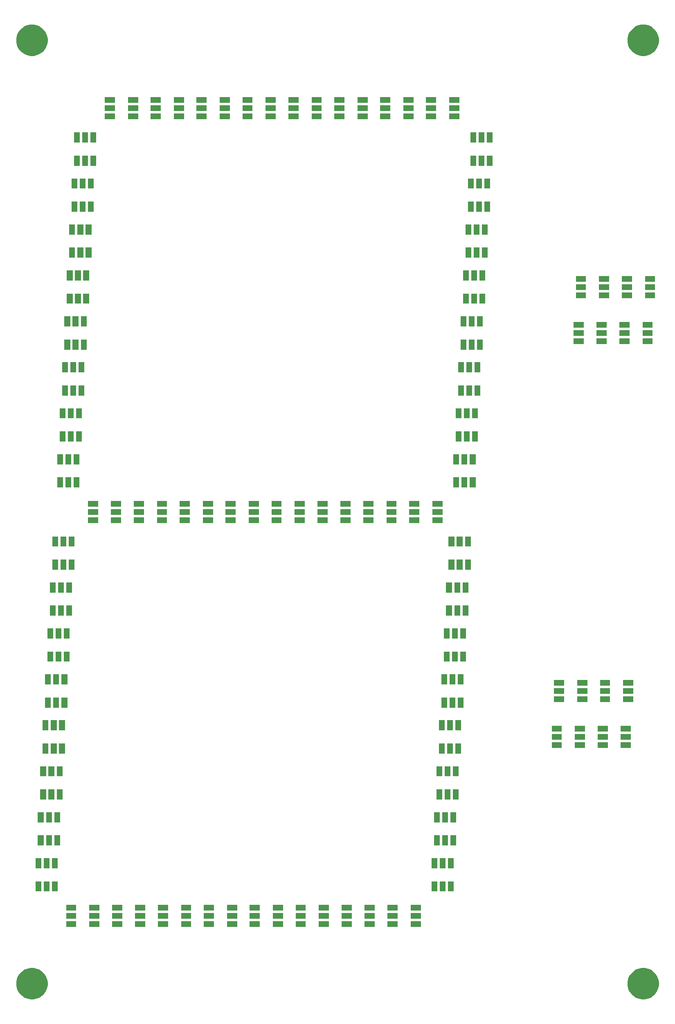
<source format=gbr>
G04 #@! TF.GenerationSoftware,KiCad,Pcbnew,(5.1.4)-1*
G04 #@! TF.CreationDate,2019-11-12T22:01:14+01:00*
G04 #@! TF.ProjectId,Digit_Colon,44696769-745f-4436-9f6c-6f6e2e6b6963,rev?*
G04 #@! TF.SameCoordinates,Original*
G04 #@! TF.FileFunction,Soldermask,Top*
G04 #@! TF.FilePolarity,Negative*
%FSLAX46Y46*%
G04 Gerber Fmt 4.6, Leading zero omitted, Abs format (unit mm)*
G04 Created by KiCad (PCBNEW (5.1.4)-1) date 2019-11-12 22:01:14*
%MOMM*%
%LPD*%
G04 APERTURE LIST*
%ADD10C,0.100000*%
G04 APERTURE END LIST*
D10*
G36*
X70448282Y-225373934D02*
G01*
X71039926Y-225619001D01*
X71572392Y-225974784D01*
X72025216Y-226427608D01*
X72380999Y-226960074D01*
X72626066Y-227551718D01*
X72751000Y-228179804D01*
X72751000Y-228820196D01*
X72626066Y-229448282D01*
X72380999Y-230039926D01*
X72025216Y-230572392D01*
X71572392Y-231025216D01*
X71039926Y-231380999D01*
X70448282Y-231626066D01*
X69820196Y-231751000D01*
X69179804Y-231751000D01*
X68551718Y-231626066D01*
X67960074Y-231380999D01*
X67427608Y-231025216D01*
X66974784Y-230572392D01*
X66619001Y-230039926D01*
X66373934Y-229448282D01*
X66249000Y-228820196D01*
X66249000Y-228179804D01*
X66373934Y-227551718D01*
X66619001Y-226960074D01*
X66974784Y-226427608D01*
X67427608Y-225974784D01*
X67960074Y-225619001D01*
X68551718Y-225373934D01*
X69179804Y-225249000D01*
X69820196Y-225249000D01*
X70448282Y-225373934D01*
X70448282Y-225373934D01*
G37*
G36*
X196948282Y-225373934D02*
G01*
X197539926Y-225619001D01*
X198072392Y-225974784D01*
X198525216Y-226427608D01*
X198880999Y-226960074D01*
X199126066Y-227551718D01*
X199251000Y-228179804D01*
X199251000Y-228820196D01*
X199126066Y-229448282D01*
X198880999Y-230039926D01*
X198525216Y-230572392D01*
X198072392Y-231025216D01*
X197539926Y-231380999D01*
X196948282Y-231626066D01*
X196320196Y-231751000D01*
X195679804Y-231751000D01*
X195051718Y-231626066D01*
X194460074Y-231380999D01*
X193927608Y-231025216D01*
X193474784Y-230572392D01*
X193119001Y-230039926D01*
X192873934Y-229448282D01*
X192749000Y-228820196D01*
X192749000Y-228179804D01*
X192873934Y-227551718D01*
X193119001Y-226960074D01*
X193474784Y-226427608D01*
X193927608Y-225974784D01*
X194460074Y-225619001D01*
X195051718Y-225373934D01*
X195679804Y-225249000D01*
X196320196Y-225249000D01*
X196948282Y-225373934D01*
X196948282Y-225373934D01*
G37*
G36*
X78651000Y-216801000D02*
G01*
X76549000Y-216801000D01*
X76549000Y-215599000D01*
X78651000Y-215599000D01*
X78651000Y-216801000D01*
X78651000Y-216801000D01*
G37*
G36*
X107151000Y-216801000D02*
G01*
X105049000Y-216801000D01*
X105049000Y-215599000D01*
X107151000Y-215599000D01*
X107151000Y-216801000D01*
X107151000Y-216801000D01*
G37*
G36*
X102451000Y-216801000D02*
G01*
X100349000Y-216801000D01*
X100349000Y-215599000D01*
X102451000Y-215599000D01*
X102451000Y-216801000D01*
X102451000Y-216801000D01*
G37*
G36*
X126151000Y-216801000D02*
G01*
X124049000Y-216801000D01*
X124049000Y-215599000D01*
X126151000Y-215599000D01*
X126151000Y-216801000D01*
X126151000Y-216801000D01*
G37*
G36*
X130951000Y-216801000D02*
G01*
X128849000Y-216801000D01*
X128849000Y-215599000D01*
X130951000Y-215599000D01*
X130951000Y-216801000D01*
X130951000Y-216801000D01*
G37*
G36*
X121451000Y-216801000D02*
G01*
X119349000Y-216801000D01*
X119349000Y-215599000D01*
X121451000Y-215599000D01*
X121451000Y-216801000D01*
X121451000Y-216801000D01*
G37*
G36*
X116651000Y-216801000D02*
G01*
X114549000Y-216801000D01*
X114549000Y-215599000D01*
X116651000Y-215599000D01*
X116651000Y-216801000D01*
X116651000Y-216801000D01*
G37*
G36*
X135651000Y-216801000D02*
G01*
X133549000Y-216801000D01*
X133549000Y-215599000D01*
X135651000Y-215599000D01*
X135651000Y-216801000D01*
X135651000Y-216801000D01*
G37*
G36*
X140451000Y-216801000D02*
G01*
X138349000Y-216801000D01*
X138349000Y-215599000D01*
X140451000Y-215599000D01*
X140451000Y-216801000D01*
X140451000Y-216801000D01*
G37*
G36*
X92951000Y-216801000D02*
G01*
X90849000Y-216801000D01*
X90849000Y-215599000D01*
X92951000Y-215599000D01*
X92951000Y-216801000D01*
X92951000Y-216801000D01*
G37*
G36*
X145151000Y-216801000D02*
G01*
X143049000Y-216801000D01*
X143049000Y-215599000D01*
X145151000Y-215599000D01*
X145151000Y-216801000D01*
X145151000Y-216801000D01*
G37*
G36*
X149951000Y-216801000D02*
G01*
X147849000Y-216801000D01*
X147849000Y-215599000D01*
X149951000Y-215599000D01*
X149951000Y-216801000D01*
X149951000Y-216801000D01*
G37*
G36*
X88151000Y-216801000D02*
G01*
X86049000Y-216801000D01*
X86049000Y-215599000D01*
X88151000Y-215599000D01*
X88151000Y-216801000D01*
X88151000Y-216801000D01*
G37*
G36*
X111951000Y-216801000D02*
G01*
X109849000Y-216801000D01*
X109849000Y-215599000D01*
X111951000Y-215599000D01*
X111951000Y-216801000D01*
X111951000Y-216801000D01*
G37*
G36*
X83451000Y-216801000D02*
G01*
X81349000Y-216801000D01*
X81349000Y-215599000D01*
X83451000Y-215599000D01*
X83451000Y-216801000D01*
X83451000Y-216801000D01*
G37*
G36*
X97651000Y-216801000D02*
G01*
X95549000Y-216801000D01*
X95549000Y-215599000D01*
X97651000Y-215599000D01*
X97651000Y-216801000D01*
X97651000Y-216801000D01*
G37*
G36*
X135651000Y-215101000D02*
G01*
X133549000Y-215101000D01*
X133549000Y-213899000D01*
X135651000Y-213899000D01*
X135651000Y-215101000D01*
X135651000Y-215101000D01*
G37*
G36*
X130951000Y-215101000D02*
G01*
X128849000Y-215101000D01*
X128849000Y-213899000D01*
X130951000Y-213899000D01*
X130951000Y-215101000D01*
X130951000Y-215101000D01*
G37*
G36*
X140451000Y-215101000D02*
G01*
X138349000Y-215101000D01*
X138349000Y-213899000D01*
X140451000Y-213899000D01*
X140451000Y-215101000D01*
X140451000Y-215101000D01*
G37*
G36*
X145151000Y-215101000D02*
G01*
X143049000Y-215101000D01*
X143049000Y-213899000D01*
X145151000Y-213899000D01*
X145151000Y-215101000D01*
X145151000Y-215101000D01*
G37*
G36*
X111951000Y-215101000D02*
G01*
X109849000Y-215101000D01*
X109849000Y-213899000D01*
X111951000Y-213899000D01*
X111951000Y-215101000D01*
X111951000Y-215101000D01*
G37*
G36*
X102451000Y-215101000D02*
G01*
X100349000Y-215101000D01*
X100349000Y-213899000D01*
X102451000Y-213899000D01*
X102451000Y-215101000D01*
X102451000Y-215101000D01*
G37*
G36*
X149951000Y-215101000D02*
G01*
X147849000Y-215101000D01*
X147849000Y-213899000D01*
X149951000Y-213899000D01*
X149951000Y-215101000D01*
X149951000Y-215101000D01*
G37*
G36*
X107151000Y-215101000D02*
G01*
X105049000Y-215101000D01*
X105049000Y-213899000D01*
X107151000Y-213899000D01*
X107151000Y-215101000D01*
X107151000Y-215101000D01*
G37*
G36*
X78651000Y-215101000D02*
G01*
X76549000Y-215101000D01*
X76549000Y-213899000D01*
X78651000Y-213899000D01*
X78651000Y-215101000D01*
X78651000Y-215101000D01*
G37*
G36*
X88151000Y-215101000D02*
G01*
X86049000Y-215101000D01*
X86049000Y-213899000D01*
X88151000Y-213899000D01*
X88151000Y-215101000D01*
X88151000Y-215101000D01*
G37*
G36*
X92951000Y-215101000D02*
G01*
X90849000Y-215101000D01*
X90849000Y-213899000D01*
X92951000Y-213899000D01*
X92951000Y-215101000D01*
X92951000Y-215101000D01*
G37*
G36*
X97651000Y-215101000D02*
G01*
X95549000Y-215101000D01*
X95549000Y-213899000D01*
X97651000Y-213899000D01*
X97651000Y-215101000D01*
X97651000Y-215101000D01*
G37*
G36*
X116651000Y-215101000D02*
G01*
X114549000Y-215101000D01*
X114549000Y-213899000D01*
X116651000Y-213899000D01*
X116651000Y-215101000D01*
X116651000Y-215101000D01*
G37*
G36*
X121451000Y-215101000D02*
G01*
X119349000Y-215101000D01*
X119349000Y-213899000D01*
X121451000Y-213899000D01*
X121451000Y-215101000D01*
X121451000Y-215101000D01*
G37*
G36*
X126151000Y-215101000D02*
G01*
X124049000Y-215101000D01*
X124049000Y-213899000D01*
X126151000Y-213899000D01*
X126151000Y-215101000D01*
X126151000Y-215101000D01*
G37*
G36*
X83451000Y-215101000D02*
G01*
X81349000Y-215101000D01*
X81349000Y-213899000D01*
X83451000Y-213899000D01*
X83451000Y-215101000D01*
X83451000Y-215101000D01*
G37*
G36*
X149951000Y-213401000D02*
G01*
X147849000Y-213401000D01*
X147849000Y-212199000D01*
X149951000Y-212199000D01*
X149951000Y-213401000D01*
X149951000Y-213401000D01*
G37*
G36*
X121451000Y-213401000D02*
G01*
X119349000Y-213401000D01*
X119349000Y-212199000D01*
X121451000Y-212199000D01*
X121451000Y-213401000D01*
X121451000Y-213401000D01*
G37*
G36*
X102451000Y-213401000D02*
G01*
X100349000Y-213401000D01*
X100349000Y-212199000D01*
X102451000Y-212199000D01*
X102451000Y-213401000D01*
X102451000Y-213401000D01*
G37*
G36*
X130951000Y-213401000D02*
G01*
X128849000Y-213401000D01*
X128849000Y-212199000D01*
X130951000Y-212199000D01*
X130951000Y-213401000D01*
X130951000Y-213401000D01*
G37*
G36*
X135651000Y-213401000D02*
G01*
X133549000Y-213401000D01*
X133549000Y-212199000D01*
X135651000Y-212199000D01*
X135651000Y-213401000D01*
X135651000Y-213401000D01*
G37*
G36*
X116651000Y-213401000D02*
G01*
X114549000Y-213401000D01*
X114549000Y-212199000D01*
X116651000Y-212199000D01*
X116651000Y-213401000D01*
X116651000Y-213401000D01*
G37*
G36*
X97651000Y-213401000D02*
G01*
X95549000Y-213401000D01*
X95549000Y-212199000D01*
X97651000Y-212199000D01*
X97651000Y-213401000D01*
X97651000Y-213401000D01*
G37*
G36*
X140451000Y-213401000D02*
G01*
X138349000Y-213401000D01*
X138349000Y-212199000D01*
X140451000Y-212199000D01*
X140451000Y-213401000D01*
X140451000Y-213401000D01*
G37*
G36*
X145151000Y-213401000D02*
G01*
X143049000Y-213401000D01*
X143049000Y-212199000D01*
X145151000Y-212199000D01*
X145151000Y-213401000D01*
X145151000Y-213401000D01*
G37*
G36*
X92951000Y-213401000D02*
G01*
X90849000Y-213401000D01*
X90849000Y-212199000D01*
X92951000Y-212199000D01*
X92951000Y-213401000D01*
X92951000Y-213401000D01*
G37*
G36*
X88151000Y-213401000D02*
G01*
X86049000Y-213401000D01*
X86049000Y-212199000D01*
X88151000Y-212199000D01*
X88151000Y-213401000D01*
X88151000Y-213401000D01*
G37*
G36*
X83451000Y-213401000D02*
G01*
X81349000Y-213401000D01*
X81349000Y-212199000D01*
X83451000Y-212199000D01*
X83451000Y-213401000D01*
X83451000Y-213401000D01*
G37*
G36*
X78651000Y-213401000D02*
G01*
X76549000Y-213401000D01*
X76549000Y-212199000D01*
X78651000Y-212199000D01*
X78651000Y-213401000D01*
X78651000Y-213401000D01*
G37*
G36*
X126151000Y-213401000D02*
G01*
X124049000Y-213401000D01*
X124049000Y-212199000D01*
X126151000Y-212199000D01*
X126151000Y-213401000D01*
X126151000Y-213401000D01*
G37*
G36*
X107151000Y-213401000D02*
G01*
X105049000Y-213401000D01*
X105049000Y-212199000D01*
X107151000Y-212199000D01*
X107151000Y-213401000D01*
X107151000Y-213401000D01*
G37*
G36*
X111951000Y-213401000D02*
G01*
X109849000Y-213401000D01*
X109849000Y-212199000D01*
X111951000Y-212199000D01*
X111951000Y-213401000D01*
X111951000Y-213401000D01*
G37*
G36*
X74801000Y-209451000D02*
G01*
X73599000Y-209451000D01*
X73599000Y-207349000D01*
X74801000Y-207349000D01*
X74801000Y-209451000D01*
X74801000Y-209451000D01*
G37*
G36*
X73101000Y-209451000D02*
G01*
X71899000Y-209451000D01*
X71899000Y-207349000D01*
X73101000Y-207349000D01*
X73101000Y-209451000D01*
X73101000Y-209451000D01*
G37*
G36*
X71401000Y-209451000D02*
G01*
X70199000Y-209451000D01*
X70199000Y-207349000D01*
X71401000Y-207349000D01*
X71401000Y-209451000D01*
X71401000Y-209451000D01*
G37*
G36*
X155101000Y-209451000D02*
G01*
X153899000Y-209451000D01*
X153899000Y-207349000D01*
X155101000Y-207349000D01*
X155101000Y-209451000D01*
X155101000Y-209451000D01*
G37*
G36*
X153401000Y-209451000D02*
G01*
X152199000Y-209451000D01*
X152199000Y-207349000D01*
X153401000Y-207349000D01*
X153401000Y-209451000D01*
X153401000Y-209451000D01*
G37*
G36*
X156801000Y-209451000D02*
G01*
X155599000Y-209451000D01*
X155599000Y-207349000D01*
X156801000Y-207349000D01*
X156801000Y-209451000D01*
X156801000Y-209451000D01*
G37*
G36*
X73101000Y-204651000D02*
G01*
X71899000Y-204651000D01*
X71899000Y-202549000D01*
X73101000Y-202549000D01*
X73101000Y-204651000D01*
X73101000Y-204651000D01*
G37*
G36*
X71401000Y-204651000D02*
G01*
X70199000Y-204651000D01*
X70199000Y-202549000D01*
X71401000Y-202549000D01*
X71401000Y-204651000D01*
X71401000Y-204651000D01*
G37*
G36*
X74801000Y-204651000D02*
G01*
X73599000Y-204651000D01*
X73599000Y-202549000D01*
X74801000Y-202549000D01*
X74801000Y-204651000D01*
X74801000Y-204651000D01*
G37*
G36*
X156801000Y-204651000D02*
G01*
X155599000Y-204651000D01*
X155599000Y-202549000D01*
X156801000Y-202549000D01*
X156801000Y-204651000D01*
X156801000Y-204651000D01*
G37*
G36*
X155101000Y-204651000D02*
G01*
X153899000Y-204651000D01*
X153899000Y-202549000D01*
X155101000Y-202549000D01*
X155101000Y-204651000D01*
X155101000Y-204651000D01*
G37*
G36*
X153401000Y-204651000D02*
G01*
X152199000Y-204651000D01*
X152199000Y-202549000D01*
X153401000Y-202549000D01*
X153401000Y-204651000D01*
X153401000Y-204651000D01*
G37*
G36*
X75301000Y-199951000D02*
G01*
X74099000Y-199951000D01*
X74099000Y-197849000D01*
X75301000Y-197849000D01*
X75301000Y-199951000D01*
X75301000Y-199951000D01*
G37*
G36*
X155601000Y-199951000D02*
G01*
X154399000Y-199951000D01*
X154399000Y-197849000D01*
X155601000Y-197849000D01*
X155601000Y-199951000D01*
X155601000Y-199951000D01*
G37*
G36*
X157301000Y-199951000D02*
G01*
X156099000Y-199951000D01*
X156099000Y-197849000D01*
X157301000Y-197849000D01*
X157301000Y-199951000D01*
X157301000Y-199951000D01*
G37*
G36*
X73601000Y-199951000D02*
G01*
X72399000Y-199951000D01*
X72399000Y-197849000D01*
X73601000Y-197849000D01*
X73601000Y-199951000D01*
X73601000Y-199951000D01*
G37*
G36*
X71901000Y-199951000D02*
G01*
X70699000Y-199951000D01*
X70699000Y-197849000D01*
X71901000Y-197849000D01*
X71901000Y-199951000D01*
X71901000Y-199951000D01*
G37*
G36*
X153901000Y-199951000D02*
G01*
X152699000Y-199951000D01*
X152699000Y-197849000D01*
X153901000Y-197849000D01*
X153901000Y-199951000D01*
X153901000Y-199951000D01*
G37*
G36*
X75301000Y-195151000D02*
G01*
X74099000Y-195151000D01*
X74099000Y-193049000D01*
X75301000Y-193049000D01*
X75301000Y-195151000D01*
X75301000Y-195151000D01*
G37*
G36*
X157301000Y-195151000D02*
G01*
X156099000Y-195151000D01*
X156099000Y-193049000D01*
X157301000Y-193049000D01*
X157301000Y-195151000D01*
X157301000Y-195151000D01*
G37*
G36*
X155601000Y-195151000D02*
G01*
X154399000Y-195151000D01*
X154399000Y-193049000D01*
X155601000Y-193049000D01*
X155601000Y-195151000D01*
X155601000Y-195151000D01*
G37*
G36*
X153901000Y-195151000D02*
G01*
X152699000Y-195151000D01*
X152699000Y-193049000D01*
X153901000Y-193049000D01*
X153901000Y-195151000D01*
X153901000Y-195151000D01*
G37*
G36*
X71901000Y-195151000D02*
G01*
X70699000Y-195151000D01*
X70699000Y-193049000D01*
X71901000Y-193049000D01*
X71901000Y-195151000D01*
X71901000Y-195151000D01*
G37*
G36*
X73601000Y-195151000D02*
G01*
X72399000Y-195151000D01*
X72399000Y-193049000D01*
X73601000Y-193049000D01*
X73601000Y-195151000D01*
X73601000Y-195151000D01*
G37*
G36*
X157801000Y-190451000D02*
G01*
X156599000Y-190451000D01*
X156599000Y-188349000D01*
X157801000Y-188349000D01*
X157801000Y-190451000D01*
X157801000Y-190451000D01*
G37*
G36*
X72401000Y-190451000D02*
G01*
X71199000Y-190451000D01*
X71199000Y-188349000D01*
X72401000Y-188349000D01*
X72401000Y-190451000D01*
X72401000Y-190451000D01*
G37*
G36*
X74101000Y-190451000D02*
G01*
X72899000Y-190451000D01*
X72899000Y-188349000D01*
X74101000Y-188349000D01*
X74101000Y-190451000D01*
X74101000Y-190451000D01*
G37*
G36*
X156101000Y-190451000D02*
G01*
X154899000Y-190451000D01*
X154899000Y-188349000D01*
X156101000Y-188349000D01*
X156101000Y-190451000D01*
X156101000Y-190451000D01*
G37*
G36*
X75801000Y-190451000D02*
G01*
X74599000Y-190451000D01*
X74599000Y-188349000D01*
X75801000Y-188349000D01*
X75801000Y-190451000D01*
X75801000Y-190451000D01*
G37*
G36*
X154401000Y-190451000D02*
G01*
X153199000Y-190451000D01*
X153199000Y-188349000D01*
X154401000Y-188349000D01*
X154401000Y-190451000D01*
X154401000Y-190451000D01*
G37*
G36*
X72401000Y-185651000D02*
G01*
X71199000Y-185651000D01*
X71199000Y-183549000D01*
X72401000Y-183549000D01*
X72401000Y-185651000D01*
X72401000Y-185651000D01*
G37*
G36*
X74101000Y-185651000D02*
G01*
X72899000Y-185651000D01*
X72899000Y-183549000D01*
X74101000Y-183549000D01*
X74101000Y-185651000D01*
X74101000Y-185651000D01*
G37*
G36*
X75801000Y-185651000D02*
G01*
X74599000Y-185651000D01*
X74599000Y-183549000D01*
X75801000Y-183549000D01*
X75801000Y-185651000D01*
X75801000Y-185651000D01*
G37*
G36*
X156101000Y-185651000D02*
G01*
X154899000Y-185651000D01*
X154899000Y-183549000D01*
X156101000Y-183549000D01*
X156101000Y-185651000D01*
X156101000Y-185651000D01*
G37*
G36*
X154401000Y-185651000D02*
G01*
X153199000Y-185651000D01*
X153199000Y-183549000D01*
X154401000Y-183549000D01*
X154401000Y-185651000D01*
X154401000Y-185651000D01*
G37*
G36*
X157801000Y-185651000D02*
G01*
X156599000Y-185651000D01*
X156599000Y-183549000D01*
X157801000Y-183549000D01*
X157801000Y-185651000D01*
X157801000Y-185651000D01*
G37*
G36*
X76301000Y-180951000D02*
G01*
X75099000Y-180951000D01*
X75099000Y-178849000D01*
X76301000Y-178849000D01*
X76301000Y-180951000D01*
X76301000Y-180951000D01*
G37*
G36*
X154901000Y-180951000D02*
G01*
X153699000Y-180951000D01*
X153699000Y-178849000D01*
X154901000Y-178849000D01*
X154901000Y-180951000D01*
X154901000Y-180951000D01*
G37*
G36*
X156601000Y-180951000D02*
G01*
X155399000Y-180951000D01*
X155399000Y-178849000D01*
X156601000Y-178849000D01*
X156601000Y-180951000D01*
X156601000Y-180951000D01*
G37*
G36*
X158301000Y-180951000D02*
G01*
X157099000Y-180951000D01*
X157099000Y-178849000D01*
X158301000Y-178849000D01*
X158301000Y-180951000D01*
X158301000Y-180951000D01*
G37*
G36*
X74601000Y-180951000D02*
G01*
X73399000Y-180951000D01*
X73399000Y-178849000D01*
X74601000Y-178849000D01*
X74601000Y-180951000D01*
X74601000Y-180951000D01*
G37*
G36*
X72901000Y-180951000D02*
G01*
X71699000Y-180951000D01*
X71699000Y-178849000D01*
X72901000Y-178849000D01*
X72901000Y-180951000D01*
X72901000Y-180951000D01*
G37*
G36*
X179151000Y-179801000D02*
G01*
X177049000Y-179801000D01*
X177049000Y-178599000D01*
X179151000Y-178599000D01*
X179151000Y-179801000D01*
X179151000Y-179801000D01*
G37*
G36*
X183951000Y-179801000D02*
G01*
X181849000Y-179801000D01*
X181849000Y-178599000D01*
X183951000Y-178599000D01*
X183951000Y-179801000D01*
X183951000Y-179801000D01*
G37*
G36*
X188651000Y-179801000D02*
G01*
X186549000Y-179801000D01*
X186549000Y-178599000D01*
X188651000Y-178599000D01*
X188651000Y-179801000D01*
X188651000Y-179801000D01*
G37*
G36*
X193451000Y-179801000D02*
G01*
X191349000Y-179801000D01*
X191349000Y-178599000D01*
X193451000Y-178599000D01*
X193451000Y-179801000D01*
X193451000Y-179801000D01*
G37*
G36*
X188651000Y-178101000D02*
G01*
X186549000Y-178101000D01*
X186549000Y-176899000D01*
X188651000Y-176899000D01*
X188651000Y-178101000D01*
X188651000Y-178101000D01*
G37*
G36*
X179151000Y-178101000D02*
G01*
X177049000Y-178101000D01*
X177049000Y-176899000D01*
X179151000Y-176899000D01*
X179151000Y-178101000D01*
X179151000Y-178101000D01*
G37*
G36*
X193451000Y-178101000D02*
G01*
X191349000Y-178101000D01*
X191349000Y-176899000D01*
X193451000Y-176899000D01*
X193451000Y-178101000D01*
X193451000Y-178101000D01*
G37*
G36*
X183951000Y-178101000D02*
G01*
X181849000Y-178101000D01*
X181849000Y-176899000D01*
X183951000Y-176899000D01*
X183951000Y-178101000D01*
X183951000Y-178101000D01*
G37*
G36*
X179151000Y-176401000D02*
G01*
X177049000Y-176401000D01*
X177049000Y-175199000D01*
X179151000Y-175199000D01*
X179151000Y-176401000D01*
X179151000Y-176401000D01*
G37*
G36*
X188651000Y-176401000D02*
G01*
X186549000Y-176401000D01*
X186549000Y-175199000D01*
X188651000Y-175199000D01*
X188651000Y-176401000D01*
X188651000Y-176401000D01*
G37*
G36*
X183951000Y-176401000D02*
G01*
X181849000Y-176401000D01*
X181849000Y-175199000D01*
X183951000Y-175199000D01*
X183951000Y-176401000D01*
X183951000Y-176401000D01*
G37*
G36*
X193451000Y-176401000D02*
G01*
X191349000Y-176401000D01*
X191349000Y-175199000D01*
X193451000Y-175199000D01*
X193451000Y-176401000D01*
X193451000Y-176401000D01*
G37*
G36*
X76301000Y-176151000D02*
G01*
X75099000Y-176151000D01*
X75099000Y-174049000D01*
X76301000Y-174049000D01*
X76301000Y-176151000D01*
X76301000Y-176151000D01*
G37*
G36*
X72901000Y-176151000D02*
G01*
X71699000Y-176151000D01*
X71699000Y-174049000D01*
X72901000Y-174049000D01*
X72901000Y-176151000D01*
X72901000Y-176151000D01*
G37*
G36*
X74601000Y-176151000D02*
G01*
X73399000Y-176151000D01*
X73399000Y-174049000D01*
X74601000Y-174049000D01*
X74601000Y-176151000D01*
X74601000Y-176151000D01*
G37*
G36*
X158301000Y-176151000D02*
G01*
X157099000Y-176151000D01*
X157099000Y-174049000D01*
X158301000Y-174049000D01*
X158301000Y-176151000D01*
X158301000Y-176151000D01*
G37*
G36*
X154901000Y-176151000D02*
G01*
X153699000Y-176151000D01*
X153699000Y-174049000D01*
X154901000Y-174049000D01*
X154901000Y-176151000D01*
X154901000Y-176151000D01*
G37*
G36*
X156601000Y-176151000D02*
G01*
X155399000Y-176151000D01*
X155399000Y-174049000D01*
X156601000Y-174049000D01*
X156601000Y-176151000D01*
X156601000Y-176151000D01*
G37*
G36*
X76801000Y-171451000D02*
G01*
X75599000Y-171451000D01*
X75599000Y-169349000D01*
X76801000Y-169349000D01*
X76801000Y-171451000D01*
X76801000Y-171451000D01*
G37*
G36*
X75101000Y-171451000D02*
G01*
X73899000Y-171451000D01*
X73899000Y-169349000D01*
X75101000Y-169349000D01*
X75101000Y-171451000D01*
X75101000Y-171451000D01*
G37*
G36*
X73401000Y-171451000D02*
G01*
X72199000Y-171451000D01*
X72199000Y-169349000D01*
X73401000Y-169349000D01*
X73401000Y-171451000D01*
X73401000Y-171451000D01*
G37*
G36*
X155401000Y-171451000D02*
G01*
X154199000Y-171451000D01*
X154199000Y-169349000D01*
X155401000Y-169349000D01*
X155401000Y-171451000D01*
X155401000Y-171451000D01*
G37*
G36*
X157101000Y-171451000D02*
G01*
X155899000Y-171451000D01*
X155899000Y-169349000D01*
X157101000Y-169349000D01*
X157101000Y-171451000D01*
X157101000Y-171451000D01*
G37*
G36*
X158801000Y-171451000D02*
G01*
X157599000Y-171451000D01*
X157599000Y-169349000D01*
X158801000Y-169349000D01*
X158801000Y-171451000D01*
X158801000Y-171451000D01*
G37*
G36*
X193951000Y-170301000D02*
G01*
X191849000Y-170301000D01*
X191849000Y-169099000D01*
X193951000Y-169099000D01*
X193951000Y-170301000D01*
X193951000Y-170301000D01*
G37*
G36*
X189151000Y-170301000D02*
G01*
X187049000Y-170301000D01*
X187049000Y-169099000D01*
X189151000Y-169099000D01*
X189151000Y-170301000D01*
X189151000Y-170301000D01*
G37*
G36*
X184451000Y-170301000D02*
G01*
X182349000Y-170301000D01*
X182349000Y-169099000D01*
X184451000Y-169099000D01*
X184451000Y-170301000D01*
X184451000Y-170301000D01*
G37*
G36*
X179651000Y-170301000D02*
G01*
X177549000Y-170301000D01*
X177549000Y-169099000D01*
X179651000Y-169099000D01*
X179651000Y-170301000D01*
X179651000Y-170301000D01*
G37*
G36*
X193951000Y-168601000D02*
G01*
X191849000Y-168601000D01*
X191849000Y-167399000D01*
X193951000Y-167399000D01*
X193951000Y-168601000D01*
X193951000Y-168601000D01*
G37*
G36*
X179651000Y-168601000D02*
G01*
X177549000Y-168601000D01*
X177549000Y-167399000D01*
X179651000Y-167399000D01*
X179651000Y-168601000D01*
X179651000Y-168601000D01*
G37*
G36*
X184451000Y-168601000D02*
G01*
X182349000Y-168601000D01*
X182349000Y-167399000D01*
X184451000Y-167399000D01*
X184451000Y-168601000D01*
X184451000Y-168601000D01*
G37*
G36*
X189151000Y-168601000D02*
G01*
X187049000Y-168601000D01*
X187049000Y-167399000D01*
X189151000Y-167399000D01*
X189151000Y-168601000D01*
X189151000Y-168601000D01*
G37*
G36*
X179651000Y-166901000D02*
G01*
X177549000Y-166901000D01*
X177549000Y-165699000D01*
X179651000Y-165699000D01*
X179651000Y-166901000D01*
X179651000Y-166901000D01*
G37*
G36*
X189151000Y-166901000D02*
G01*
X187049000Y-166901000D01*
X187049000Y-165699000D01*
X189151000Y-165699000D01*
X189151000Y-166901000D01*
X189151000Y-166901000D01*
G37*
G36*
X193951000Y-166901000D02*
G01*
X191849000Y-166901000D01*
X191849000Y-165699000D01*
X193951000Y-165699000D01*
X193951000Y-166901000D01*
X193951000Y-166901000D01*
G37*
G36*
X184451000Y-166901000D02*
G01*
X182349000Y-166901000D01*
X182349000Y-165699000D01*
X184451000Y-165699000D01*
X184451000Y-166901000D01*
X184451000Y-166901000D01*
G37*
G36*
X73401000Y-166651000D02*
G01*
X72199000Y-166651000D01*
X72199000Y-164549000D01*
X73401000Y-164549000D01*
X73401000Y-166651000D01*
X73401000Y-166651000D01*
G37*
G36*
X158801000Y-166651000D02*
G01*
X157599000Y-166651000D01*
X157599000Y-164549000D01*
X158801000Y-164549000D01*
X158801000Y-166651000D01*
X158801000Y-166651000D01*
G37*
G36*
X157101000Y-166651000D02*
G01*
X155899000Y-166651000D01*
X155899000Y-164549000D01*
X157101000Y-164549000D01*
X157101000Y-166651000D01*
X157101000Y-166651000D01*
G37*
G36*
X155401000Y-166651000D02*
G01*
X154199000Y-166651000D01*
X154199000Y-164549000D01*
X155401000Y-164549000D01*
X155401000Y-166651000D01*
X155401000Y-166651000D01*
G37*
G36*
X76801000Y-166651000D02*
G01*
X75599000Y-166651000D01*
X75599000Y-164549000D01*
X76801000Y-164549000D01*
X76801000Y-166651000D01*
X76801000Y-166651000D01*
G37*
G36*
X75101000Y-166651000D02*
G01*
X73899000Y-166651000D01*
X73899000Y-164549000D01*
X75101000Y-164549000D01*
X75101000Y-166651000D01*
X75101000Y-166651000D01*
G37*
G36*
X159301000Y-161951000D02*
G01*
X158099000Y-161951000D01*
X158099000Y-159849000D01*
X159301000Y-159849000D01*
X159301000Y-161951000D01*
X159301000Y-161951000D01*
G37*
G36*
X75601000Y-161951000D02*
G01*
X74399000Y-161951000D01*
X74399000Y-159849000D01*
X75601000Y-159849000D01*
X75601000Y-161951000D01*
X75601000Y-161951000D01*
G37*
G36*
X77301000Y-161951000D02*
G01*
X76099000Y-161951000D01*
X76099000Y-159849000D01*
X77301000Y-159849000D01*
X77301000Y-161951000D01*
X77301000Y-161951000D01*
G37*
G36*
X155901000Y-161951000D02*
G01*
X154699000Y-161951000D01*
X154699000Y-159849000D01*
X155901000Y-159849000D01*
X155901000Y-161951000D01*
X155901000Y-161951000D01*
G37*
G36*
X157601000Y-161951000D02*
G01*
X156399000Y-161951000D01*
X156399000Y-159849000D01*
X157601000Y-159849000D01*
X157601000Y-161951000D01*
X157601000Y-161951000D01*
G37*
G36*
X73901000Y-161951000D02*
G01*
X72699000Y-161951000D01*
X72699000Y-159849000D01*
X73901000Y-159849000D01*
X73901000Y-161951000D01*
X73901000Y-161951000D01*
G37*
G36*
X157601000Y-157151000D02*
G01*
X156399000Y-157151000D01*
X156399000Y-155049000D01*
X157601000Y-155049000D01*
X157601000Y-157151000D01*
X157601000Y-157151000D01*
G37*
G36*
X155901000Y-157151000D02*
G01*
X154699000Y-157151000D01*
X154699000Y-155049000D01*
X155901000Y-155049000D01*
X155901000Y-157151000D01*
X155901000Y-157151000D01*
G37*
G36*
X77301000Y-157151000D02*
G01*
X76099000Y-157151000D01*
X76099000Y-155049000D01*
X77301000Y-155049000D01*
X77301000Y-157151000D01*
X77301000Y-157151000D01*
G37*
G36*
X75601000Y-157151000D02*
G01*
X74399000Y-157151000D01*
X74399000Y-155049000D01*
X75601000Y-155049000D01*
X75601000Y-157151000D01*
X75601000Y-157151000D01*
G37*
G36*
X73901000Y-157151000D02*
G01*
X72699000Y-157151000D01*
X72699000Y-155049000D01*
X73901000Y-155049000D01*
X73901000Y-157151000D01*
X73901000Y-157151000D01*
G37*
G36*
X159301000Y-157151000D02*
G01*
X158099000Y-157151000D01*
X158099000Y-155049000D01*
X159301000Y-155049000D01*
X159301000Y-157151000D01*
X159301000Y-157151000D01*
G37*
G36*
X74401000Y-152451000D02*
G01*
X73199000Y-152451000D01*
X73199000Y-150349000D01*
X74401000Y-150349000D01*
X74401000Y-152451000D01*
X74401000Y-152451000D01*
G37*
G36*
X159801000Y-152451000D02*
G01*
X158599000Y-152451000D01*
X158599000Y-150349000D01*
X159801000Y-150349000D01*
X159801000Y-152451000D01*
X159801000Y-152451000D01*
G37*
G36*
X77801000Y-152451000D02*
G01*
X76599000Y-152451000D01*
X76599000Y-150349000D01*
X77801000Y-150349000D01*
X77801000Y-152451000D01*
X77801000Y-152451000D01*
G37*
G36*
X158101000Y-152451000D02*
G01*
X156899000Y-152451000D01*
X156899000Y-150349000D01*
X158101000Y-150349000D01*
X158101000Y-152451000D01*
X158101000Y-152451000D01*
G37*
G36*
X156401000Y-152451000D02*
G01*
X155199000Y-152451000D01*
X155199000Y-150349000D01*
X156401000Y-150349000D01*
X156401000Y-152451000D01*
X156401000Y-152451000D01*
G37*
G36*
X76101000Y-152451000D02*
G01*
X74899000Y-152451000D01*
X74899000Y-150349000D01*
X76101000Y-150349000D01*
X76101000Y-152451000D01*
X76101000Y-152451000D01*
G37*
G36*
X76101000Y-147651000D02*
G01*
X74899000Y-147651000D01*
X74899000Y-145549000D01*
X76101000Y-145549000D01*
X76101000Y-147651000D01*
X76101000Y-147651000D01*
G37*
G36*
X77801000Y-147651000D02*
G01*
X76599000Y-147651000D01*
X76599000Y-145549000D01*
X77801000Y-145549000D01*
X77801000Y-147651000D01*
X77801000Y-147651000D01*
G37*
G36*
X156401000Y-147651000D02*
G01*
X155199000Y-147651000D01*
X155199000Y-145549000D01*
X156401000Y-145549000D01*
X156401000Y-147651000D01*
X156401000Y-147651000D01*
G37*
G36*
X158101000Y-147651000D02*
G01*
X156899000Y-147651000D01*
X156899000Y-145549000D01*
X158101000Y-145549000D01*
X158101000Y-147651000D01*
X158101000Y-147651000D01*
G37*
G36*
X159801000Y-147651000D02*
G01*
X158599000Y-147651000D01*
X158599000Y-145549000D01*
X159801000Y-145549000D01*
X159801000Y-147651000D01*
X159801000Y-147651000D01*
G37*
G36*
X74401000Y-147651000D02*
G01*
X73199000Y-147651000D01*
X73199000Y-145549000D01*
X74401000Y-145549000D01*
X74401000Y-147651000D01*
X74401000Y-147651000D01*
G37*
G36*
X76601000Y-142951000D02*
G01*
X75399000Y-142951000D01*
X75399000Y-140849000D01*
X76601000Y-140849000D01*
X76601000Y-142951000D01*
X76601000Y-142951000D01*
G37*
G36*
X160301000Y-142951000D02*
G01*
X159099000Y-142951000D01*
X159099000Y-140849000D01*
X160301000Y-140849000D01*
X160301000Y-142951000D01*
X160301000Y-142951000D01*
G37*
G36*
X74901000Y-142951000D02*
G01*
X73699000Y-142951000D01*
X73699000Y-140849000D01*
X74901000Y-140849000D01*
X74901000Y-142951000D01*
X74901000Y-142951000D01*
G37*
G36*
X156901000Y-142951000D02*
G01*
X155699000Y-142951000D01*
X155699000Y-140849000D01*
X156901000Y-140849000D01*
X156901000Y-142951000D01*
X156901000Y-142951000D01*
G37*
G36*
X158601000Y-142951000D02*
G01*
X157399000Y-142951000D01*
X157399000Y-140849000D01*
X158601000Y-140849000D01*
X158601000Y-142951000D01*
X158601000Y-142951000D01*
G37*
G36*
X78301000Y-142951000D02*
G01*
X77099000Y-142951000D01*
X77099000Y-140849000D01*
X78301000Y-140849000D01*
X78301000Y-142951000D01*
X78301000Y-142951000D01*
G37*
G36*
X74901000Y-138151000D02*
G01*
X73699000Y-138151000D01*
X73699000Y-136049000D01*
X74901000Y-136049000D01*
X74901000Y-138151000D01*
X74901000Y-138151000D01*
G37*
G36*
X76601000Y-138151000D02*
G01*
X75399000Y-138151000D01*
X75399000Y-136049000D01*
X76601000Y-136049000D01*
X76601000Y-138151000D01*
X76601000Y-138151000D01*
G37*
G36*
X78301000Y-138151000D02*
G01*
X77099000Y-138151000D01*
X77099000Y-136049000D01*
X78301000Y-136049000D01*
X78301000Y-138151000D01*
X78301000Y-138151000D01*
G37*
G36*
X156901000Y-138151000D02*
G01*
X155699000Y-138151000D01*
X155699000Y-136049000D01*
X156901000Y-136049000D01*
X156901000Y-138151000D01*
X156901000Y-138151000D01*
G37*
G36*
X160301000Y-138151000D02*
G01*
X159099000Y-138151000D01*
X159099000Y-136049000D01*
X160301000Y-136049000D01*
X160301000Y-138151000D01*
X160301000Y-138151000D01*
G37*
G36*
X158601000Y-138151000D02*
G01*
X157399000Y-138151000D01*
X157399000Y-136049000D01*
X158601000Y-136049000D01*
X158601000Y-138151000D01*
X158601000Y-138151000D01*
G37*
G36*
X83151000Y-133301000D02*
G01*
X81049000Y-133301000D01*
X81049000Y-132099000D01*
X83151000Y-132099000D01*
X83151000Y-133301000D01*
X83151000Y-133301000D01*
G37*
G36*
X149651000Y-133301000D02*
G01*
X147549000Y-133301000D01*
X147549000Y-132099000D01*
X149651000Y-132099000D01*
X149651000Y-133301000D01*
X149651000Y-133301000D01*
G37*
G36*
X87951000Y-133301000D02*
G01*
X85849000Y-133301000D01*
X85849000Y-132099000D01*
X87951000Y-132099000D01*
X87951000Y-133301000D01*
X87951000Y-133301000D01*
G37*
G36*
X106951000Y-133301000D02*
G01*
X104849000Y-133301000D01*
X104849000Y-132099000D01*
X106951000Y-132099000D01*
X106951000Y-133301000D01*
X106951000Y-133301000D01*
G37*
G36*
X111651000Y-133301000D02*
G01*
X109549000Y-133301000D01*
X109549000Y-132099000D01*
X111651000Y-132099000D01*
X111651000Y-133301000D01*
X111651000Y-133301000D01*
G37*
G36*
X116451000Y-133301000D02*
G01*
X114349000Y-133301000D01*
X114349000Y-132099000D01*
X116451000Y-132099000D01*
X116451000Y-133301000D01*
X116451000Y-133301000D01*
G37*
G36*
X121151000Y-133301000D02*
G01*
X119049000Y-133301000D01*
X119049000Y-132099000D01*
X121151000Y-132099000D01*
X121151000Y-133301000D01*
X121151000Y-133301000D01*
G37*
G36*
X125951000Y-133301000D02*
G01*
X123849000Y-133301000D01*
X123849000Y-132099000D01*
X125951000Y-132099000D01*
X125951000Y-133301000D01*
X125951000Y-133301000D01*
G37*
G36*
X130651000Y-133301000D02*
G01*
X128549000Y-133301000D01*
X128549000Y-132099000D01*
X130651000Y-132099000D01*
X130651000Y-133301000D01*
X130651000Y-133301000D01*
G37*
G36*
X135451000Y-133301000D02*
G01*
X133349000Y-133301000D01*
X133349000Y-132099000D01*
X135451000Y-132099000D01*
X135451000Y-133301000D01*
X135451000Y-133301000D01*
G37*
G36*
X140151000Y-133301000D02*
G01*
X138049000Y-133301000D01*
X138049000Y-132099000D01*
X140151000Y-132099000D01*
X140151000Y-133301000D01*
X140151000Y-133301000D01*
G37*
G36*
X144951000Y-133301000D02*
G01*
X142849000Y-133301000D01*
X142849000Y-132099000D01*
X144951000Y-132099000D01*
X144951000Y-133301000D01*
X144951000Y-133301000D01*
G37*
G36*
X92651000Y-133301000D02*
G01*
X90549000Y-133301000D01*
X90549000Y-132099000D01*
X92651000Y-132099000D01*
X92651000Y-133301000D01*
X92651000Y-133301000D01*
G37*
G36*
X97451000Y-133301000D02*
G01*
X95349000Y-133301000D01*
X95349000Y-132099000D01*
X97451000Y-132099000D01*
X97451000Y-133301000D01*
X97451000Y-133301000D01*
G37*
G36*
X154451000Y-133301000D02*
G01*
X152349000Y-133301000D01*
X152349000Y-132099000D01*
X154451000Y-132099000D01*
X154451000Y-133301000D01*
X154451000Y-133301000D01*
G37*
G36*
X102151000Y-133301000D02*
G01*
X100049000Y-133301000D01*
X100049000Y-132099000D01*
X102151000Y-132099000D01*
X102151000Y-133301000D01*
X102151000Y-133301000D01*
G37*
G36*
X154451000Y-131601000D02*
G01*
X152349000Y-131601000D01*
X152349000Y-130399000D01*
X154451000Y-130399000D01*
X154451000Y-131601000D01*
X154451000Y-131601000D01*
G37*
G36*
X149651000Y-131601000D02*
G01*
X147549000Y-131601000D01*
X147549000Y-130399000D01*
X149651000Y-130399000D01*
X149651000Y-131601000D01*
X149651000Y-131601000D01*
G37*
G36*
X144951000Y-131601000D02*
G01*
X142849000Y-131601000D01*
X142849000Y-130399000D01*
X144951000Y-130399000D01*
X144951000Y-131601000D01*
X144951000Y-131601000D01*
G37*
G36*
X116451000Y-131601000D02*
G01*
X114349000Y-131601000D01*
X114349000Y-130399000D01*
X116451000Y-130399000D01*
X116451000Y-131601000D01*
X116451000Y-131601000D01*
G37*
G36*
X140151000Y-131601000D02*
G01*
X138049000Y-131601000D01*
X138049000Y-130399000D01*
X140151000Y-130399000D01*
X140151000Y-131601000D01*
X140151000Y-131601000D01*
G37*
G36*
X121151000Y-131601000D02*
G01*
X119049000Y-131601000D01*
X119049000Y-130399000D01*
X121151000Y-130399000D01*
X121151000Y-131601000D01*
X121151000Y-131601000D01*
G37*
G36*
X135451000Y-131601000D02*
G01*
X133349000Y-131601000D01*
X133349000Y-130399000D01*
X135451000Y-130399000D01*
X135451000Y-131601000D01*
X135451000Y-131601000D01*
G37*
G36*
X130651000Y-131601000D02*
G01*
X128549000Y-131601000D01*
X128549000Y-130399000D01*
X130651000Y-130399000D01*
X130651000Y-131601000D01*
X130651000Y-131601000D01*
G37*
G36*
X83151000Y-131601000D02*
G01*
X81049000Y-131601000D01*
X81049000Y-130399000D01*
X83151000Y-130399000D01*
X83151000Y-131601000D01*
X83151000Y-131601000D01*
G37*
G36*
X87951000Y-131601000D02*
G01*
X85849000Y-131601000D01*
X85849000Y-130399000D01*
X87951000Y-130399000D01*
X87951000Y-131601000D01*
X87951000Y-131601000D01*
G37*
G36*
X97451000Y-131601000D02*
G01*
X95349000Y-131601000D01*
X95349000Y-130399000D01*
X97451000Y-130399000D01*
X97451000Y-131601000D01*
X97451000Y-131601000D01*
G37*
G36*
X102151000Y-131601000D02*
G01*
X100049000Y-131601000D01*
X100049000Y-130399000D01*
X102151000Y-130399000D01*
X102151000Y-131601000D01*
X102151000Y-131601000D01*
G37*
G36*
X92651000Y-131601000D02*
G01*
X90549000Y-131601000D01*
X90549000Y-130399000D01*
X92651000Y-130399000D01*
X92651000Y-131601000D01*
X92651000Y-131601000D01*
G37*
G36*
X111651000Y-131601000D02*
G01*
X109549000Y-131601000D01*
X109549000Y-130399000D01*
X111651000Y-130399000D01*
X111651000Y-131601000D01*
X111651000Y-131601000D01*
G37*
G36*
X106951000Y-131601000D02*
G01*
X104849000Y-131601000D01*
X104849000Y-130399000D01*
X106951000Y-130399000D01*
X106951000Y-131601000D01*
X106951000Y-131601000D01*
G37*
G36*
X125951000Y-131601000D02*
G01*
X123849000Y-131601000D01*
X123849000Y-130399000D01*
X125951000Y-130399000D01*
X125951000Y-131601000D01*
X125951000Y-131601000D01*
G37*
G36*
X102151000Y-129901000D02*
G01*
X100049000Y-129901000D01*
X100049000Y-128699000D01*
X102151000Y-128699000D01*
X102151000Y-129901000D01*
X102151000Y-129901000D01*
G37*
G36*
X154451000Y-129901000D02*
G01*
X152349000Y-129901000D01*
X152349000Y-128699000D01*
X154451000Y-128699000D01*
X154451000Y-129901000D01*
X154451000Y-129901000D01*
G37*
G36*
X149651000Y-129901000D02*
G01*
X147549000Y-129901000D01*
X147549000Y-128699000D01*
X149651000Y-128699000D01*
X149651000Y-129901000D01*
X149651000Y-129901000D01*
G37*
G36*
X144951000Y-129901000D02*
G01*
X142849000Y-129901000D01*
X142849000Y-128699000D01*
X144951000Y-128699000D01*
X144951000Y-129901000D01*
X144951000Y-129901000D01*
G37*
G36*
X140151000Y-129901000D02*
G01*
X138049000Y-129901000D01*
X138049000Y-128699000D01*
X140151000Y-128699000D01*
X140151000Y-129901000D01*
X140151000Y-129901000D01*
G37*
G36*
X135451000Y-129901000D02*
G01*
X133349000Y-129901000D01*
X133349000Y-128699000D01*
X135451000Y-128699000D01*
X135451000Y-129901000D01*
X135451000Y-129901000D01*
G37*
G36*
X130651000Y-129901000D02*
G01*
X128549000Y-129901000D01*
X128549000Y-128699000D01*
X130651000Y-128699000D01*
X130651000Y-129901000D01*
X130651000Y-129901000D01*
G37*
G36*
X125951000Y-129901000D02*
G01*
X123849000Y-129901000D01*
X123849000Y-128699000D01*
X125951000Y-128699000D01*
X125951000Y-129901000D01*
X125951000Y-129901000D01*
G37*
G36*
X116451000Y-129901000D02*
G01*
X114349000Y-129901000D01*
X114349000Y-128699000D01*
X116451000Y-128699000D01*
X116451000Y-129901000D01*
X116451000Y-129901000D01*
G37*
G36*
X111651000Y-129901000D02*
G01*
X109549000Y-129901000D01*
X109549000Y-128699000D01*
X111651000Y-128699000D01*
X111651000Y-129901000D01*
X111651000Y-129901000D01*
G37*
G36*
X106951000Y-129901000D02*
G01*
X104849000Y-129901000D01*
X104849000Y-128699000D01*
X106951000Y-128699000D01*
X106951000Y-129901000D01*
X106951000Y-129901000D01*
G37*
G36*
X97451000Y-129901000D02*
G01*
X95349000Y-129901000D01*
X95349000Y-128699000D01*
X97451000Y-128699000D01*
X97451000Y-129901000D01*
X97451000Y-129901000D01*
G37*
G36*
X87951000Y-129901000D02*
G01*
X85849000Y-129901000D01*
X85849000Y-128699000D01*
X87951000Y-128699000D01*
X87951000Y-129901000D01*
X87951000Y-129901000D01*
G37*
G36*
X83151000Y-129901000D02*
G01*
X81049000Y-129901000D01*
X81049000Y-128699000D01*
X83151000Y-128699000D01*
X83151000Y-129901000D01*
X83151000Y-129901000D01*
G37*
G36*
X92651000Y-129901000D02*
G01*
X90549000Y-129901000D01*
X90549000Y-128699000D01*
X92651000Y-128699000D01*
X92651000Y-129901000D01*
X92651000Y-129901000D01*
G37*
G36*
X121151000Y-129901000D02*
G01*
X119049000Y-129901000D01*
X119049000Y-128699000D01*
X121151000Y-128699000D01*
X121151000Y-129901000D01*
X121151000Y-129901000D01*
G37*
G36*
X159601000Y-125951000D02*
G01*
X158399000Y-125951000D01*
X158399000Y-123849000D01*
X159601000Y-123849000D01*
X159601000Y-125951000D01*
X159601000Y-125951000D01*
G37*
G36*
X157901000Y-125951000D02*
G01*
X156699000Y-125951000D01*
X156699000Y-123849000D01*
X157901000Y-123849000D01*
X157901000Y-125951000D01*
X157901000Y-125951000D01*
G37*
G36*
X79301000Y-125951000D02*
G01*
X78099000Y-125951000D01*
X78099000Y-123849000D01*
X79301000Y-123849000D01*
X79301000Y-125951000D01*
X79301000Y-125951000D01*
G37*
G36*
X75901000Y-125951000D02*
G01*
X74699000Y-125951000D01*
X74699000Y-123849000D01*
X75901000Y-123849000D01*
X75901000Y-125951000D01*
X75901000Y-125951000D01*
G37*
G36*
X161301000Y-125951000D02*
G01*
X160099000Y-125951000D01*
X160099000Y-123849000D01*
X161301000Y-123849000D01*
X161301000Y-125951000D01*
X161301000Y-125951000D01*
G37*
G36*
X77601000Y-125951000D02*
G01*
X76399000Y-125951000D01*
X76399000Y-123849000D01*
X77601000Y-123849000D01*
X77601000Y-125951000D01*
X77601000Y-125951000D01*
G37*
G36*
X77601000Y-121151000D02*
G01*
X76399000Y-121151000D01*
X76399000Y-119049000D01*
X77601000Y-119049000D01*
X77601000Y-121151000D01*
X77601000Y-121151000D01*
G37*
G36*
X79301000Y-121151000D02*
G01*
X78099000Y-121151000D01*
X78099000Y-119049000D01*
X79301000Y-119049000D01*
X79301000Y-121151000D01*
X79301000Y-121151000D01*
G37*
G36*
X75901000Y-121151000D02*
G01*
X74699000Y-121151000D01*
X74699000Y-119049000D01*
X75901000Y-119049000D01*
X75901000Y-121151000D01*
X75901000Y-121151000D01*
G37*
G36*
X161301000Y-121151000D02*
G01*
X160099000Y-121151000D01*
X160099000Y-119049000D01*
X161301000Y-119049000D01*
X161301000Y-121151000D01*
X161301000Y-121151000D01*
G37*
G36*
X159601000Y-121151000D02*
G01*
X158399000Y-121151000D01*
X158399000Y-119049000D01*
X159601000Y-119049000D01*
X159601000Y-121151000D01*
X159601000Y-121151000D01*
G37*
G36*
X157901000Y-121151000D02*
G01*
X156699000Y-121151000D01*
X156699000Y-119049000D01*
X157901000Y-119049000D01*
X157901000Y-121151000D01*
X157901000Y-121151000D01*
G37*
G36*
X79801000Y-116451000D02*
G01*
X78599000Y-116451000D01*
X78599000Y-114349000D01*
X79801000Y-114349000D01*
X79801000Y-116451000D01*
X79801000Y-116451000D01*
G37*
G36*
X160101000Y-116451000D02*
G01*
X158899000Y-116451000D01*
X158899000Y-114349000D01*
X160101000Y-114349000D01*
X160101000Y-116451000D01*
X160101000Y-116451000D01*
G37*
G36*
X158401000Y-116451000D02*
G01*
X157199000Y-116451000D01*
X157199000Y-114349000D01*
X158401000Y-114349000D01*
X158401000Y-116451000D01*
X158401000Y-116451000D01*
G37*
G36*
X78101000Y-116451000D02*
G01*
X76899000Y-116451000D01*
X76899000Y-114349000D01*
X78101000Y-114349000D01*
X78101000Y-116451000D01*
X78101000Y-116451000D01*
G37*
G36*
X76401000Y-116451000D02*
G01*
X75199000Y-116451000D01*
X75199000Y-114349000D01*
X76401000Y-114349000D01*
X76401000Y-116451000D01*
X76401000Y-116451000D01*
G37*
G36*
X161801000Y-116451000D02*
G01*
X160599000Y-116451000D01*
X160599000Y-114349000D01*
X161801000Y-114349000D01*
X161801000Y-116451000D01*
X161801000Y-116451000D01*
G37*
G36*
X79801000Y-111651000D02*
G01*
X78599000Y-111651000D01*
X78599000Y-109549000D01*
X79801000Y-109549000D01*
X79801000Y-111651000D01*
X79801000Y-111651000D01*
G37*
G36*
X78101000Y-111651000D02*
G01*
X76899000Y-111651000D01*
X76899000Y-109549000D01*
X78101000Y-109549000D01*
X78101000Y-111651000D01*
X78101000Y-111651000D01*
G37*
G36*
X76401000Y-111651000D02*
G01*
X75199000Y-111651000D01*
X75199000Y-109549000D01*
X76401000Y-109549000D01*
X76401000Y-111651000D01*
X76401000Y-111651000D01*
G37*
G36*
X158401000Y-111651000D02*
G01*
X157199000Y-111651000D01*
X157199000Y-109549000D01*
X158401000Y-109549000D01*
X158401000Y-111651000D01*
X158401000Y-111651000D01*
G37*
G36*
X160101000Y-111651000D02*
G01*
X158899000Y-111651000D01*
X158899000Y-109549000D01*
X160101000Y-109549000D01*
X160101000Y-111651000D01*
X160101000Y-111651000D01*
G37*
G36*
X161801000Y-111651000D02*
G01*
X160599000Y-111651000D01*
X160599000Y-109549000D01*
X161801000Y-109549000D01*
X161801000Y-111651000D01*
X161801000Y-111651000D01*
G37*
G36*
X162301000Y-106951000D02*
G01*
X161099000Y-106951000D01*
X161099000Y-104849000D01*
X162301000Y-104849000D01*
X162301000Y-106951000D01*
X162301000Y-106951000D01*
G37*
G36*
X160601000Y-106951000D02*
G01*
X159399000Y-106951000D01*
X159399000Y-104849000D01*
X160601000Y-104849000D01*
X160601000Y-106951000D01*
X160601000Y-106951000D01*
G37*
G36*
X158901000Y-106951000D02*
G01*
X157699000Y-106951000D01*
X157699000Y-104849000D01*
X158901000Y-104849000D01*
X158901000Y-106951000D01*
X158901000Y-106951000D01*
G37*
G36*
X80301000Y-106951000D02*
G01*
X79099000Y-106951000D01*
X79099000Y-104849000D01*
X80301000Y-104849000D01*
X80301000Y-106951000D01*
X80301000Y-106951000D01*
G37*
G36*
X78601000Y-106951000D02*
G01*
X77399000Y-106951000D01*
X77399000Y-104849000D01*
X78601000Y-104849000D01*
X78601000Y-106951000D01*
X78601000Y-106951000D01*
G37*
G36*
X76901000Y-106951000D02*
G01*
X75699000Y-106951000D01*
X75699000Y-104849000D01*
X76901000Y-104849000D01*
X76901000Y-106951000D01*
X76901000Y-106951000D01*
G37*
G36*
X76901000Y-102151000D02*
G01*
X75699000Y-102151000D01*
X75699000Y-100049000D01*
X76901000Y-100049000D01*
X76901000Y-102151000D01*
X76901000Y-102151000D01*
G37*
G36*
X162301000Y-102151000D02*
G01*
X161099000Y-102151000D01*
X161099000Y-100049000D01*
X162301000Y-100049000D01*
X162301000Y-102151000D01*
X162301000Y-102151000D01*
G37*
G36*
X160601000Y-102151000D02*
G01*
X159399000Y-102151000D01*
X159399000Y-100049000D01*
X160601000Y-100049000D01*
X160601000Y-102151000D01*
X160601000Y-102151000D01*
G37*
G36*
X158901000Y-102151000D02*
G01*
X157699000Y-102151000D01*
X157699000Y-100049000D01*
X158901000Y-100049000D01*
X158901000Y-102151000D01*
X158901000Y-102151000D01*
G37*
G36*
X78601000Y-102151000D02*
G01*
X77399000Y-102151000D01*
X77399000Y-100049000D01*
X78601000Y-100049000D01*
X78601000Y-102151000D01*
X78601000Y-102151000D01*
G37*
G36*
X80301000Y-102151000D02*
G01*
X79099000Y-102151000D01*
X79099000Y-100049000D01*
X80301000Y-100049000D01*
X80301000Y-102151000D01*
X80301000Y-102151000D01*
G37*
G36*
X80801000Y-97451000D02*
G01*
X79599000Y-97451000D01*
X79599000Y-95349000D01*
X80801000Y-95349000D01*
X80801000Y-97451000D01*
X80801000Y-97451000D01*
G37*
G36*
X159401000Y-97451000D02*
G01*
X158199000Y-97451000D01*
X158199000Y-95349000D01*
X159401000Y-95349000D01*
X159401000Y-97451000D01*
X159401000Y-97451000D01*
G37*
G36*
X77401000Y-97451000D02*
G01*
X76199000Y-97451000D01*
X76199000Y-95349000D01*
X77401000Y-95349000D01*
X77401000Y-97451000D01*
X77401000Y-97451000D01*
G37*
G36*
X162801000Y-97451000D02*
G01*
X161599000Y-97451000D01*
X161599000Y-95349000D01*
X162801000Y-95349000D01*
X162801000Y-97451000D01*
X162801000Y-97451000D01*
G37*
G36*
X79101000Y-97451000D02*
G01*
X77899000Y-97451000D01*
X77899000Y-95349000D01*
X79101000Y-95349000D01*
X79101000Y-97451000D01*
X79101000Y-97451000D01*
G37*
G36*
X161101000Y-97451000D02*
G01*
X159899000Y-97451000D01*
X159899000Y-95349000D01*
X161101000Y-95349000D01*
X161101000Y-97451000D01*
X161101000Y-97451000D01*
G37*
G36*
X193151000Y-96301000D02*
G01*
X191049000Y-96301000D01*
X191049000Y-95099000D01*
X193151000Y-95099000D01*
X193151000Y-96301000D01*
X193151000Y-96301000D01*
G37*
G36*
X188451000Y-96301000D02*
G01*
X186349000Y-96301000D01*
X186349000Y-95099000D01*
X188451000Y-95099000D01*
X188451000Y-96301000D01*
X188451000Y-96301000D01*
G37*
G36*
X183651000Y-96301000D02*
G01*
X181549000Y-96301000D01*
X181549000Y-95099000D01*
X183651000Y-95099000D01*
X183651000Y-96301000D01*
X183651000Y-96301000D01*
G37*
G36*
X197951000Y-96301000D02*
G01*
X195849000Y-96301000D01*
X195849000Y-95099000D01*
X197951000Y-95099000D01*
X197951000Y-96301000D01*
X197951000Y-96301000D01*
G37*
G36*
X183651000Y-94601000D02*
G01*
X181549000Y-94601000D01*
X181549000Y-93399000D01*
X183651000Y-93399000D01*
X183651000Y-94601000D01*
X183651000Y-94601000D01*
G37*
G36*
X188451000Y-94601000D02*
G01*
X186349000Y-94601000D01*
X186349000Y-93399000D01*
X188451000Y-93399000D01*
X188451000Y-94601000D01*
X188451000Y-94601000D01*
G37*
G36*
X197951000Y-94601000D02*
G01*
X195849000Y-94601000D01*
X195849000Y-93399000D01*
X197951000Y-93399000D01*
X197951000Y-94601000D01*
X197951000Y-94601000D01*
G37*
G36*
X193151000Y-94601000D02*
G01*
X191049000Y-94601000D01*
X191049000Y-93399000D01*
X193151000Y-93399000D01*
X193151000Y-94601000D01*
X193151000Y-94601000D01*
G37*
G36*
X197951000Y-92901000D02*
G01*
X195849000Y-92901000D01*
X195849000Y-91699000D01*
X197951000Y-91699000D01*
X197951000Y-92901000D01*
X197951000Y-92901000D01*
G37*
G36*
X183651000Y-92901000D02*
G01*
X181549000Y-92901000D01*
X181549000Y-91699000D01*
X183651000Y-91699000D01*
X183651000Y-92901000D01*
X183651000Y-92901000D01*
G37*
G36*
X193151000Y-92901000D02*
G01*
X191049000Y-92901000D01*
X191049000Y-91699000D01*
X193151000Y-91699000D01*
X193151000Y-92901000D01*
X193151000Y-92901000D01*
G37*
G36*
X188451000Y-92901000D02*
G01*
X186349000Y-92901000D01*
X186349000Y-91699000D01*
X188451000Y-91699000D01*
X188451000Y-92901000D01*
X188451000Y-92901000D01*
G37*
G36*
X79101000Y-92651000D02*
G01*
X77899000Y-92651000D01*
X77899000Y-90549000D01*
X79101000Y-90549000D01*
X79101000Y-92651000D01*
X79101000Y-92651000D01*
G37*
G36*
X77401000Y-92651000D02*
G01*
X76199000Y-92651000D01*
X76199000Y-90549000D01*
X77401000Y-90549000D01*
X77401000Y-92651000D01*
X77401000Y-92651000D01*
G37*
G36*
X80801000Y-92651000D02*
G01*
X79599000Y-92651000D01*
X79599000Y-90549000D01*
X80801000Y-90549000D01*
X80801000Y-92651000D01*
X80801000Y-92651000D01*
G37*
G36*
X162801000Y-92651000D02*
G01*
X161599000Y-92651000D01*
X161599000Y-90549000D01*
X162801000Y-90549000D01*
X162801000Y-92651000D01*
X162801000Y-92651000D01*
G37*
G36*
X161101000Y-92651000D02*
G01*
X159899000Y-92651000D01*
X159899000Y-90549000D01*
X161101000Y-90549000D01*
X161101000Y-92651000D01*
X161101000Y-92651000D01*
G37*
G36*
X159401000Y-92651000D02*
G01*
X158199000Y-92651000D01*
X158199000Y-90549000D01*
X159401000Y-90549000D01*
X159401000Y-92651000D01*
X159401000Y-92651000D01*
G37*
G36*
X81301000Y-87951000D02*
G01*
X80099000Y-87951000D01*
X80099000Y-85849000D01*
X81301000Y-85849000D01*
X81301000Y-87951000D01*
X81301000Y-87951000D01*
G37*
G36*
X163301000Y-87951000D02*
G01*
X162099000Y-87951000D01*
X162099000Y-85849000D01*
X163301000Y-85849000D01*
X163301000Y-87951000D01*
X163301000Y-87951000D01*
G37*
G36*
X77901000Y-87951000D02*
G01*
X76699000Y-87951000D01*
X76699000Y-85849000D01*
X77901000Y-85849000D01*
X77901000Y-87951000D01*
X77901000Y-87951000D01*
G37*
G36*
X79601000Y-87951000D02*
G01*
X78399000Y-87951000D01*
X78399000Y-85849000D01*
X79601000Y-85849000D01*
X79601000Y-87951000D01*
X79601000Y-87951000D01*
G37*
G36*
X159901000Y-87951000D02*
G01*
X158699000Y-87951000D01*
X158699000Y-85849000D01*
X159901000Y-85849000D01*
X159901000Y-87951000D01*
X159901000Y-87951000D01*
G37*
G36*
X161601000Y-87951000D02*
G01*
X160399000Y-87951000D01*
X160399000Y-85849000D01*
X161601000Y-85849000D01*
X161601000Y-87951000D01*
X161601000Y-87951000D01*
G37*
G36*
X184151000Y-86801000D02*
G01*
X182049000Y-86801000D01*
X182049000Y-85599000D01*
X184151000Y-85599000D01*
X184151000Y-86801000D01*
X184151000Y-86801000D01*
G37*
G36*
X198451000Y-86801000D02*
G01*
X196349000Y-86801000D01*
X196349000Y-85599000D01*
X198451000Y-85599000D01*
X198451000Y-86801000D01*
X198451000Y-86801000D01*
G37*
G36*
X193651000Y-86801000D02*
G01*
X191549000Y-86801000D01*
X191549000Y-85599000D01*
X193651000Y-85599000D01*
X193651000Y-86801000D01*
X193651000Y-86801000D01*
G37*
G36*
X188951000Y-86801000D02*
G01*
X186849000Y-86801000D01*
X186849000Y-85599000D01*
X188951000Y-85599000D01*
X188951000Y-86801000D01*
X188951000Y-86801000D01*
G37*
G36*
X188951000Y-85101000D02*
G01*
X186849000Y-85101000D01*
X186849000Y-83899000D01*
X188951000Y-83899000D01*
X188951000Y-85101000D01*
X188951000Y-85101000D01*
G37*
G36*
X193651000Y-85101000D02*
G01*
X191549000Y-85101000D01*
X191549000Y-83899000D01*
X193651000Y-83899000D01*
X193651000Y-85101000D01*
X193651000Y-85101000D01*
G37*
G36*
X184151000Y-85101000D02*
G01*
X182049000Y-85101000D01*
X182049000Y-83899000D01*
X184151000Y-83899000D01*
X184151000Y-85101000D01*
X184151000Y-85101000D01*
G37*
G36*
X198451000Y-85101000D02*
G01*
X196349000Y-85101000D01*
X196349000Y-83899000D01*
X198451000Y-83899000D01*
X198451000Y-85101000D01*
X198451000Y-85101000D01*
G37*
G36*
X198451000Y-83401000D02*
G01*
X196349000Y-83401000D01*
X196349000Y-82199000D01*
X198451000Y-82199000D01*
X198451000Y-83401000D01*
X198451000Y-83401000D01*
G37*
G36*
X184151000Y-83401000D02*
G01*
X182049000Y-83401000D01*
X182049000Y-82199000D01*
X184151000Y-82199000D01*
X184151000Y-83401000D01*
X184151000Y-83401000D01*
G37*
G36*
X188951000Y-83401000D02*
G01*
X186849000Y-83401000D01*
X186849000Y-82199000D01*
X188951000Y-82199000D01*
X188951000Y-83401000D01*
X188951000Y-83401000D01*
G37*
G36*
X193651000Y-83401000D02*
G01*
X191549000Y-83401000D01*
X191549000Y-82199000D01*
X193651000Y-82199000D01*
X193651000Y-83401000D01*
X193651000Y-83401000D01*
G37*
G36*
X161601000Y-83151000D02*
G01*
X160399000Y-83151000D01*
X160399000Y-81049000D01*
X161601000Y-81049000D01*
X161601000Y-83151000D01*
X161601000Y-83151000D01*
G37*
G36*
X77901000Y-83151000D02*
G01*
X76699000Y-83151000D01*
X76699000Y-81049000D01*
X77901000Y-81049000D01*
X77901000Y-83151000D01*
X77901000Y-83151000D01*
G37*
G36*
X79601000Y-83151000D02*
G01*
X78399000Y-83151000D01*
X78399000Y-81049000D01*
X79601000Y-81049000D01*
X79601000Y-83151000D01*
X79601000Y-83151000D01*
G37*
G36*
X81301000Y-83151000D02*
G01*
X80099000Y-83151000D01*
X80099000Y-81049000D01*
X81301000Y-81049000D01*
X81301000Y-83151000D01*
X81301000Y-83151000D01*
G37*
G36*
X159901000Y-83151000D02*
G01*
X158699000Y-83151000D01*
X158699000Y-81049000D01*
X159901000Y-81049000D01*
X159901000Y-83151000D01*
X159901000Y-83151000D01*
G37*
G36*
X163301000Y-83151000D02*
G01*
X162099000Y-83151000D01*
X162099000Y-81049000D01*
X163301000Y-81049000D01*
X163301000Y-83151000D01*
X163301000Y-83151000D01*
G37*
G36*
X80101000Y-78451000D02*
G01*
X78899000Y-78451000D01*
X78899000Y-76349000D01*
X80101000Y-76349000D01*
X80101000Y-78451000D01*
X80101000Y-78451000D01*
G37*
G36*
X162101000Y-78451000D02*
G01*
X160899000Y-78451000D01*
X160899000Y-76349000D01*
X162101000Y-76349000D01*
X162101000Y-78451000D01*
X162101000Y-78451000D01*
G37*
G36*
X163801000Y-78451000D02*
G01*
X162599000Y-78451000D01*
X162599000Y-76349000D01*
X163801000Y-76349000D01*
X163801000Y-78451000D01*
X163801000Y-78451000D01*
G37*
G36*
X160401000Y-78451000D02*
G01*
X159199000Y-78451000D01*
X159199000Y-76349000D01*
X160401000Y-76349000D01*
X160401000Y-78451000D01*
X160401000Y-78451000D01*
G37*
G36*
X81801000Y-78451000D02*
G01*
X80599000Y-78451000D01*
X80599000Y-76349000D01*
X81801000Y-76349000D01*
X81801000Y-78451000D01*
X81801000Y-78451000D01*
G37*
G36*
X78401000Y-78451000D02*
G01*
X77199000Y-78451000D01*
X77199000Y-76349000D01*
X78401000Y-76349000D01*
X78401000Y-78451000D01*
X78401000Y-78451000D01*
G37*
G36*
X160401000Y-73651000D02*
G01*
X159199000Y-73651000D01*
X159199000Y-71549000D01*
X160401000Y-71549000D01*
X160401000Y-73651000D01*
X160401000Y-73651000D01*
G37*
G36*
X78401000Y-73651000D02*
G01*
X77199000Y-73651000D01*
X77199000Y-71549000D01*
X78401000Y-71549000D01*
X78401000Y-73651000D01*
X78401000Y-73651000D01*
G37*
G36*
X80101000Y-73651000D02*
G01*
X78899000Y-73651000D01*
X78899000Y-71549000D01*
X80101000Y-71549000D01*
X80101000Y-73651000D01*
X80101000Y-73651000D01*
G37*
G36*
X81801000Y-73651000D02*
G01*
X80599000Y-73651000D01*
X80599000Y-71549000D01*
X81801000Y-71549000D01*
X81801000Y-73651000D01*
X81801000Y-73651000D01*
G37*
G36*
X163801000Y-73651000D02*
G01*
X162599000Y-73651000D01*
X162599000Y-71549000D01*
X163801000Y-71549000D01*
X163801000Y-73651000D01*
X163801000Y-73651000D01*
G37*
G36*
X162101000Y-73651000D02*
G01*
X160899000Y-73651000D01*
X160899000Y-71549000D01*
X162101000Y-71549000D01*
X162101000Y-73651000D01*
X162101000Y-73651000D01*
G37*
G36*
X160901000Y-68951000D02*
G01*
X159699000Y-68951000D01*
X159699000Y-66849000D01*
X160901000Y-66849000D01*
X160901000Y-68951000D01*
X160901000Y-68951000D01*
G37*
G36*
X162601000Y-68951000D02*
G01*
X161399000Y-68951000D01*
X161399000Y-66849000D01*
X162601000Y-66849000D01*
X162601000Y-68951000D01*
X162601000Y-68951000D01*
G37*
G36*
X82301000Y-68951000D02*
G01*
X81099000Y-68951000D01*
X81099000Y-66849000D01*
X82301000Y-66849000D01*
X82301000Y-68951000D01*
X82301000Y-68951000D01*
G37*
G36*
X80601000Y-68951000D02*
G01*
X79399000Y-68951000D01*
X79399000Y-66849000D01*
X80601000Y-66849000D01*
X80601000Y-68951000D01*
X80601000Y-68951000D01*
G37*
G36*
X78901000Y-68951000D02*
G01*
X77699000Y-68951000D01*
X77699000Y-66849000D01*
X78901000Y-66849000D01*
X78901000Y-68951000D01*
X78901000Y-68951000D01*
G37*
G36*
X164301000Y-68951000D02*
G01*
X163099000Y-68951000D01*
X163099000Y-66849000D01*
X164301000Y-66849000D01*
X164301000Y-68951000D01*
X164301000Y-68951000D01*
G37*
G36*
X82301000Y-64151000D02*
G01*
X81099000Y-64151000D01*
X81099000Y-62049000D01*
X82301000Y-62049000D01*
X82301000Y-64151000D01*
X82301000Y-64151000D01*
G37*
G36*
X160901000Y-64151000D02*
G01*
X159699000Y-64151000D01*
X159699000Y-62049000D01*
X160901000Y-62049000D01*
X160901000Y-64151000D01*
X160901000Y-64151000D01*
G37*
G36*
X162601000Y-64151000D02*
G01*
X161399000Y-64151000D01*
X161399000Y-62049000D01*
X162601000Y-62049000D01*
X162601000Y-64151000D01*
X162601000Y-64151000D01*
G37*
G36*
X164301000Y-64151000D02*
G01*
X163099000Y-64151000D01*
X163099000Y-62049000D01*
X164301000Y-62049000D01*
X164301000Y-64151000D01*
X164301000Y-64151000D01*
G37*
G36*
X80601000Y-64151000D02*
G01*
X79399000Y-64151000D01*
X79399000Y-62049000D01*
X80601000Y-62049000D01*
X80601000Y-64151000D01*
X80601000Y-64151000D01*
G37*
G36*
X78901000Y-64151000D02*
G01*
X77699000Y-64151000D01*
X77699000Y-62049000D01*
X78901000Y-62049000D01*
X78901000Y-64151000D01*
X78901000Y-64151000D01*
G37*
G36*
X82801000Y-59451000D02*
G01*
X81599000Y-59451000D01*
X81599000Y-57349000D01*
X82801000Y-57349000D01*
X82801000Y-59451000D01*
X82801000Y-59451000D01*
G37*
G36*
X164801000Y-59451000D02*
G01*
X163599000Y-59451000D01*
X163599000Y-57349000D01*
X164801000Y-57349000D01*
X164801000Y-59451000D01*
X164801000Y-59451000D01*
G37*
G36*
X163101000Y-59451000D02*
G01*
X161899000Y-59451000D01*
X161899000Y-57349000D01*
X163101000Y-57349000D01*
X163101000Y-59451000D01*
X163101000Y-59451000D01*
G37*
G36*
X81101000Y-59451000D02*
G01*
X79899000Y-59451000D01*
X79899000Y-57349000D01*
X81101000Y-57349000D01*
X81101000Y-59451000D01*
X81101000Y-59451000D01*
G37*
G36*
X79401000Y-59451000D02*
G01*
X78199000Y-59451000D01*
X78199000Y-57349000D01*
X79401000Y-57349000D01*
X79401000Y-59451000D01*
X79401000Y-59451000D01*
G37*
G36*
X161401000Y-59451000D02*
G01*
X160199000Y-59451000D01*
X160199000Y-57349000D01*
X161401000Y-57349000D01*
X161401000Y-59451000D01*
X161401000Y-59451000D01*
G37*
G36*
X163101000Y-54651000D02*
G01*
X161899000Y-54651000D01*
X161899000Y-52549000D01*
X163101000Y-52549000D01*
X163101000Y-54651000D01*
X163101000Y-54651000D01*
G37*
G36*
X164801000Y-54651000D02*
G01*
X163599000Y-54651000D01*
X163599000Y-52549000D01*
X164801000Y-52549000D01*
X164801000Y-54651000D01*
X164801000Y-54651000D01*
G37*
G36*
X82801000Y-54651000D02*
G01*
X81599000Y-54651000D01*
X81599000Y-52549000D01*
X82801000Y-52549000D01*
X82801000Y-54651000D01*
X82801000Y-54651000D01*
G37*
G36*
X81101000Y-54651000D02*
G01*
X79899000Y-54651000D01*
X79899000Y-52549000D01*
X81101000Y-52549000D01*
X81101000Y-54651000D01*
X81101000Y-54651000D01*
G37*
G36*
X161401000Y-54651000D02*
G01*
X160199000Y-54651000D01*
X160199000Y-52549000D01*
X161401000Y-52549000D01*
X161401000Y-54651000D01*
X161401000Y-54651000D01*
G37*
G36*
X79401000Y-54651000D02*
G01*
X78199000Y-54651000D01*
X78199000Y-52549000D01*
X79401000Y-52549000D01*
X79401000Y-54651000D01*
X79401000Y-54651000D01*
G37*
G36*
X105651000Y-49801000D02*
G01*
X103549000Y-49801000D01*
X103549000Y-48599000D01*
X105651000Y-48599000D01*
X105651000Y-49801000D01*
X105651000Y-49801000D01*
G37*
G36*
X91451000Y-49801000D02*
G01*
X89349000Y-49801000D01*
X89349000Y-48599000D01*
X91451000Y-48599000D01*
X91451000Y-49801000D01*
X91451000Y-49801000D01*
G37*
G36*
X110451000Y-49801000D02*
G01*
X108349000Y-49801000D01*
X108349000Y-48599000D01*
X110451000Y-48599000D01*
X110451000Y-49801000D01*
X110451000Y-49801000D01*
G37*
G36*
X86651000Y-49801000D02*
G01*
X84549000Y-49801000D01*
X84549000Y-48599000D01*
X86651000Y-48599000D01*
X86651000Y-49801000D01*
X86651000Y-49801000D01*
G37*
G36*
X119951000Y-49801000D02*
G01*
X117849000Y-49801000D01*
X117849000Y-48599000D01*
X119951000Y-48599000D01*
X119951000Y-49801000D01*
X119951000Y-49801000D01*
G37*
G36*
X115151000Y-49801000D02*
G01*
X113049000Y-49801000D01*
X113049000Y-48599000D01*
X115151000Y-48599000D01*
X115151000Y-49801000D01*
X115151000Y-49801000D01*
G37*
G36*
X129451000Y-49801000D02*
G01*
X127349000Y-49801000D01*
X127349000Y-48599000D01*
X129451000Y-48599000D01*
X129451000Y-49801000D01*
X129451000Y-49801000D01*
G37*
G36*
X134151000Y-49801000D02*
G01*
X132049000Y-49801000D01*
X132049000Y-48599000D01*
X134151000Y-48599000D01*
X134151000Y-49801000D01*
X134151000Y-49801000D01*
G37*
G36*
X124651000Y-49801000D02*
G01*
X122549000Y-49801000D01*
X122549000Y-48599000D01*
X124651000Y-48599000D01*
X124651000Y-49801000D01*
X124651000Y-49801000D01*
G37*
G36*
X157951000Y-49801000D02*
G01*
X155849000Y-49801000D01*
X155849000Y-48599000D01*
X157951000Y-48599000D01*
X157951000Y-49801000D01*
X157951000Y-49801000D01*
G37*
G36*
X153151000Y-49801000D02*
G01*
X151049000Y-49801000D01*
X151049000Y-48599000D01*
X153151000Y-48599000D01*
X153151000Y-49801000D01*
X153151000Y-49801000D01*
G37*
G36*
X148451000Y-49801000D02*
G01*
X146349000Y-49801000D01*
X146349000Y-48599000D01*
X148451000Y-48599000D01*
X148451000Y-49801000D01*
X148451000Y-49801000D01*
G37*
G36*
X143651000Y-49801000D02*
G01*
X141549000Y-49801000D01*
X141549000Y-48599000D01*
X143651000Y-48599000D01*
X143651000Y-49801000D01*
X143651000Y-49801000D01*
G37*
G36*
X138951000Y-49801000D02*
G01*
X136849000Y-49801000D01*
X136849000Y-48599000D01*
X138951000Y-48599000D01*
X138951000Y-49801000D01*
X138951000Y-49801000D01*
G37*
G36*
X96151000Y-49801000D02*
G01*
X94049000Y-49801000D01*
X94049000Y-48599000D01*
X96151000Y-48599000D01*
X96151000Y-49801000D01*
X96151000Y-49801000D01*
G37*
G36*
X100951000Y-49801000D02*
G01*
X98849000Y-49801000D01*
X98849000Y-48599000D01*
X100951000Y-48599000D01*
X100951000Y-49801000D01*
X100951000Y-49801000D01*
G37*
G36*
X134151000Y-48101000D02*
G01*
X132049000Y-48101000D01*
X132049000Y-46899000D01*
X134151000Y-46899000D01*
X134151000Y-48101000D01*
X134151000Y-48101000D01*
G37*
G36*
X138951000Y-48101000D02*
G01*
X136849000Y-48101000D01*
X136849000Y-46899000D01*
X138951000Y-46899000D01*
X138951000Y-48101000D01*
X138951000Y-48101000D01*
G37*
G36*
X110451000Y-48101000D02*
G01*
X108349000Y-48101000D01*
X108349000Y-46899000D01*
X110451000Y-46899000D01*
X110451000Y-48101000D01*
X110451000Y-48101000D01*
G37*
G36*
X129451000Y-48101000D02*
G01*
X127349000Y-48101000D01*
X127349000Y-46899000D01*
X129451000Y-46899000D01*
X129451000Y-48101000D01*
X129451000Y-48101000D01*
G37*
G36*
X115151000Y-48101000D02*
G01*
X113049000Y-48101000D01*
X113049000Y-46899000D01*
X115151000Y-46899000D01*
X115151000Y-48101000D01*
X115151000Y-48101000D01*
G37*
G36*
X119951000Y-48101000D02*
G01*
X117849000Y-48101000D01*
X117849000Y-46899000D01*
X119951000Y-46899000D01*
X119951000Y-48101000D01*
X119951000Y-48101000D01*
G37*
G36*
X86651000Y-48101000D02*
G01*
X84549000Y-48101000D01*
X84549000Y-46899000D01*
X86651000Y-46899000D01*
X86651000Y-48101000D01*
X86651000Y-48101000D01*
G37*
G36*
X91451000Y-48101000D02*
G01*
X89349000Y-48101000D01*
X89349000Y-46899000D01*
X91451000Y-46899000D01*
X91451000Y-48101000D01*
X91451000Y-48101000D01*
G37*
G36*
X100951000Y-48101000D02*
G01*
X98849000Y-48101000D01*
X98849000Y-46899000D01*
X100951000Y-46899000D01*
X100951000Y-48101000D01*
X100951000Y-48101000D01*
G37*
G36*
X157951000Y-48101000D02*
G01*
X155849000Y-48101000D01*
X155849000Y-46899000D01*
X157951000Y-46899000D01*
X157951000Y-48101000D01*
X157951000Y-48101000D01*
G37*
G36*
X143651000Y-48101000D02*
G01*
X141549000Y-48101000D01*
X141549000Y-46899000D01*
X143651000Y-46899000D01*
X143651000Y-48101000D01*
X143651000Y-48101000D01*
G37*
G36*
X124651000Y-48101000D02*
G01*
X122549000Y-48101000D01*
X122549000Y-46899000D01*
X124651000Y-46899000D01*
X124651000Y-48101000D01*
X124651000Y-48101000D01*
G37*
G36*
X148451000Y-48101000D02*
G01*
X146349000Y-48101000D01*
X146349000Y-46899000D01*
X148451000Y-46899000D01*
X148451000Y-48101000D01*
X148451000Y-48101000D01*
G37*
G36*
X105651000Y-48101000D02*
G01*
X103549000Y-48101000D01*
X103549000Y-46899000D01*
X105651000Y-46899000D01*
X105651000Y-48101000D01*
X105651000Y-48101000D01*
G37*
G36*
X153151000Y-48101000D02*
G01*
X151049000Y-48101000D01*
X151049000Y-46899000D01*
X153151000Y-46899000D01*
X153151000Y-48101000D01*
X153151000Y-48101000D01*
G37*
G36*
X96151000Y-48101000D02*
G01*
X94049000Y-48101000D01*
X94049000Y-46899000D01*
X96151000Y-46899000D01*
X96151000Y-48101000D01*
X96151000Y-48101000D01*
G37*
G36*
X86651000Y-46401000D02*
G01*
X84549000Y-46401000D01*
X84549000Y-45199000D01*
X86651000Y-45199000D01*
X86651000Y-46401000D01*
X86651000Y-46401000D01*
G37*
G36*
X129451000Y-46401000D02*
G01*
X127349000Y-46401000D01*
X127349000Y-45199000D01*
X129451000Y-45199000D01*
X129451000Y-46401000D01*
X129451000Y-46401000D01*
G37*
G36*
X110451000Y-46401000D02*
G01*
X108349000Y-46401000D01*
X108349000Y-45199000D01*
X110451000Y-45199000D01*
X110451000Y-46401000D01*
X110451000Y-46401000D01*
G37*
G36*
X105651000Y-46401000D02*
G01*
X103549000Y-46401000D01*
X103549000Y-45199000D01*
X105651000Y-45199000D01*
X105651000Y-46401000D01*
X105651000Y-46401000D01*
G37*
G36*
X138951000Y-46401000D02*
G01*
X136849000Y-46401000D01*
X136849000Y-45199000D01*
X138951000Y-45199000D01*
X138951000Y-46401000D01*
X138951000Y-46401000D01*
G37*
G36*
X148451000Y-46401000D02*
G01*
X146349000Y-46401000D01*
X146349000Y-45199000D01*
X148451000Y-45199000D01*
X148451000Y-46401000D01*
X148451000Y-46401000D01*
G37*
G36*
X153151000Y-46401000D02*
G01*
X151049000Y-46401000D01*
X151049000Y-45199000D01*
X153151000Y-45199000D01*
X153151000Y-46401000D01*
X153151000Y-46401000D01*
G37*
G36*
X157951000Y-46401000D02*
G01*
X155849000Y-46401000D01*
X155849000Y-45199000D01*
X157951000Y-45199000D01*
X157951000Y-46401000D01*
X157951000Y-46401000D01*
G37*
G36*
X100951000Y-46401000D02*
G01*
X98849000Y-46401000D01*
X98849000Y-45199000D01*
X100951000Y-45199000D01*
X100951000Y-46401000D01*
X100951000Y-46401000D01*
G37*
G36*
X96151000Y-46401000D02*
G01*
X94049000Y-46401000D01*
X94049000Y-45199000D01*
X96151000Y-45199000D01*
X96151000Y-46401000D01*
X96151000Y-46401000D01*
G37*
G36*
X91451000Y-46401000D02*
G01*
X89349000Y-46401000D01*
X89349000Y-45199000D01*
X91451000Y-45199000D01*
X91451000Y-46401000D01*
X91451000Y-46401000D01*
G37*
G36*
X143651000Y-46401000D02*
G01*
X141549000Y-46401000D01*
X141549000Y-45199000D01*
X143651000Y-45199000D01*
X143651000Y-46401000D01*
X143651000Y-46401000D01*
G37*
G36*
X119951000Y-46401000D02*
G01*
X117849000Y-46401000D01*
X117849000Y-45199000D01*
X119951000Y-45199000D01*
X119951000Y-46401000D01*
X119951000Y-46401000D01*
G37*
G36*
X124651000Y-46401000D02*
G01*
X122549000Y-46401000D01*
X122549000Y-45199000D01*
X124651000Y-45199000D01*
X124651000Y-46401000D01*
X124651000Y-46401000D01*
G37*
G36*
X115151000Y-46401000D02*
G01*
X113049000Y-46401000D01*
X113049000Y-45199000D01*
X115151000Y-45199000D01*
X115151000Y-46401000D01*
X115151000Y-46401000D01*
G37*
G36*
X134151000Y-46401000D02*
G01*
X132049000Y-46401000D01*
X132049000Y-45199000D01*
X134151000Y-45199000D01*
X134151000Y-46401000D01*
X134151000Y-46401000D01*
G37*
G36*
X70448282Y-30373934D02*
G01*
X71039926Y-30619001D01*
X71572392Y-30974784D01*
X72025216Y-31427608D01*
X72380999Y-31960074D01*
X72626066Y-32551718D01*
X72751000Y-33179804D01*
X72751000Y-33820196D01*
X72626066Y-34448282D01*
X72380999Y-35039926D01*
X72025216Y-35572392D01*
X71572392Y-36025216D01*
X71039926Y-36380999D01*
X70448282Y-36626066D01*
X69820196Y-36751000D01*
X69179804Y-36751000D01*
X68551718Y-36626066D01*
X67960074Y-36380999D01*
X67427608Y-36025216D01*
X66974784Y-35572392D01*
X66619001Y-35039926D01*
X66373934Y-34448282D01*
X66249000Y-33820196D01*
X66249000Y-33179804D01*
X66373934Y-32551718D01*
X66619001Y-31960074D01*
X66974784Y-31427608D01*
X67427608Y-30974784D01*
X67960074Y-30619001D01*
X68551718Y-30373934D01*
X69179804Y-30249000D01*
X69820196Y-30249000D01*
X70448282Y-30373934D01*
X70448282Y-30373934D01*
G37*
G36*
X196948282Y-30373934D02*
G01*
X197539926Y-30619001D01*
X198072392Y-30974784D01*
X198525216Y-31427608D01*
X198880999Y-31960074D01*
X199126066Y-32551718D01*
X199251000Y-33179804D01*
X199251000Y-33820196D01*
X199126066Y-34448282D01*
X198880999Y-35039926D01*
X198525216Y-35572392D01*
X198072392Y-36025216D01*
X197539926Y-36380999D01*
X196948282Y-36626066D01*
X196320196Y-36751000D01*
X195679804Y-36751000D01*
X195051718Y-36626066D01*
X194460074Y-36380999D01*
X193927608Y-36025216D01*
X193474784Y-35572392D01*
X193119001Y-35039926D01*
X192873934Y-34448282D01*
X192749000Y-33820196D01*
X192749000Y-33179804D01*
X192873934Y-32551718D01*
X193119001Y-31960074D01*
X193474784Y-31427608D01*
X193927608Y-30974784D01*
X194460074Y-30619001D01*
X195051718Y-30373934D01*
X195679804Y-30249000D01*
X196320196Y-30249000D01*
X196948282Y-30373934D01*
X196948282Y-30373934D01*
G37*
M02*

</source>
